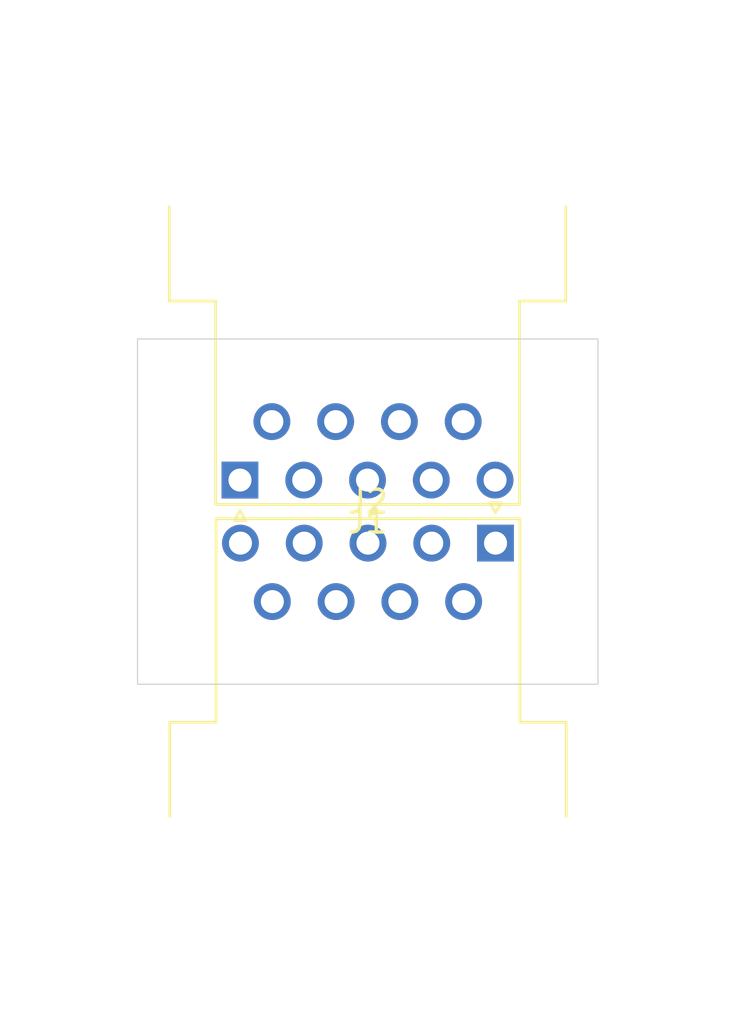
<source format=kicad_pcb>
(kicad_pcb (version 20240108) (generator "pcbnew") (generator_version "8.0")
  (layers (0 "F.Cu" signal) (31 "B.Cu" signal) (34 "B.Paste" user) (35 "F.Paste" user) (36 "B.SilkS" user "B.Silkscreen") (37 "F.SilkS" user "F.Silkscreen") (38 "B.Mask" user) (39 "F.Mask" user) (44 "Edge.Cuts" user))
  (net 0 "")
  (net 1 "Net-(J1-Pad8)")
  (net 2 "Net-(J1-Pad5)")
  (net 3 "Net-(J1-Pad3)")
  (net 4 "Net-(J1-Pad2)")
  (net 5 "Net-(J1-Pad7)")
  (net 6 "Net-(J1-Pad6)")
  (net 7 "Net-(J1-Pad4)")
  (net 8 "Net-(J1-Pad9)")
  (net 9 "Net-(J1-Pad1)")
  (footprint "Connector_Dsub:DSUB-9_Female_Horizontal_P2.77x2.54mm_EdgePinOffset9.40mm" (layer "F.Cu") (at 144.45 101.130331 180)
    (property "Reference" "J1" (at -5.54 -1.8 180) (layer "F.SilkS"))
    (property "Value" "DE9_Żeński")
    (fp_line (start 3.07 7.78) (end 3.07 11.88) (stroke (width 0.12)) (layer "F.SilkS"))
    (fp_line (start 1.06 7.78) (end 3.07 7.78) (stroke (width 0.12)) (layer "F.SilkS"))
    (fp_line (start 1.06 -1.06) (end 1.06 7.78) (stroke (width 0.12)) (layer "F.SilkS"))
    (fp_line (start 0.25 -1.754338) (end 0 -1.321325) (stroke (width 0.12)) (layer "F.SilkS"))
    (fp_line (start 0 -1.321325) (end -0.25 -1.754338) (stroke (width 0.12)) (layer "F.SilkS"))
    (fp_line (start -0.25 -1.754338) (end 0.25 -1.754338) (stroke (width 0.12)) (layer "F.SilkS"))
    (fp_line (start -12.14 7.78) (end -12.14 -1.06) (stroke (width 0.12)) (layer "F.SilkS"))
    (fp_line (start -12.14 -1.06) (end 1.06 -1.06) (stroke (width 0.12)) (layer "F.SilkS"))
    (fp_line (start -14.15 11.88) (end -14.15 7.78) (stroke (width 0.12)) (layer "F.SilkS"))
    (fp_line (start -14.15 7.78) (end -12.14 7.78) (stroke (width 0.12)) (layer "F.SilkS"))
    (pad "1" thru_hole rect (at 0 0 180) (size 1.6 1.6) (drill 1) (layers "*.Cu" "*.Mask") (net 9 "Net-(J1-Pad1)"))
    (pad "2" thru_hole circle (at -2.77 0 180) (size 1.6 1.6) (drill 1) (layers "*.Cu" "*.Mask") (net 4 "Net-(J1-Pad2)"))
    (pad "3" thru_hole circle (at -5.54 0 180) (size 1.6 1.6) (drill 1) (layers "*.Cu" "*.Mask") (net 3 "Net-(J1-Pad3)"))
    (pad "4" thru_hole circle (at -8.31 0 180) (size 1.6 1.6) (drill 1) (layers "*.Cu" "*.Mask") (net 7 "Net-(J1-Pad4)"))
    (pad "5" thru_hole circle (at -11.08 0 180) (size 1.6 1.6) (drill 1) (layers "*.Cu" "*.Mask") (net 2 "Net-(J1-Pad5)"))
    (pad "6" thru_hole circle (at -1.385 2.54 180) (size 1.6 1.6) (drill 1) (layers "*.Cu" "*.Mask") (net 6 "Net-(J1-Pad6)"))
    (pad "7" thru_hole circle (at -4.155 2.54 180) (size 1.6 1.6) (drill 1) (layers "*.Cu" "*.Mask") (net 5 "Net-(J1-Pad7)"))
    (pad "8" thru_hole circle (at -6.925 2.54 180) (size 1.6 1.6) (drill 1) (layers "*.Cu" "*.Mask") (net 1 "Net-(J1-Pad8)"))
    (pad "9" thru_hole circle (at -9.695 2.54 180) (size 1.6 1.6) (drill 1) (layers "*.Cu" "*.Mask") (net 8 "Net-(J1-Pad9)"))
  )
  (footprint "Connector_Dsub:DSUB-9_Female_Horizontal_P2.77x2.54mm_EdgePinOffset9.40mm" (layer "F.Cu") (at 155.55 103.869669)
    (property "Reference" "J2" (at -5.54 -1.8 0) (layer "F.SilkS"))
    (property "Value" "DE9_Żeński")
    (fp_line (start -14.15 7.78) (end -12.14 7.78) (stroke (width 0.12)) (layer "F.SilkS"))
    (fp_line (start -14.15 11.88) (end -14.15 7.78) (stroke (width 0.12)) (layer "F.SilkS"))
    (fp_line (start -12.14 -1.06) (end 1.06 -1.06) (stroke (width 0.12)) (layer "F.SilkS"))
    (fp_line (start -12.14 7.78) (end -12.14 -1.06) (stroke (width 0.12)) (layer "F.SilkS"))
    (fp_line (start -0.25 -1.754338) (end 0.25 -1.754338) (stroke (width 0.12)) (layer "F.SilkS"))
    (fp_line (start 0 -1.321325) (end -0.25 -1.754338) (stroke (width 0.12)) (layer "F.SilkS"))
    (fp_line (start 0.25 -1.754338) (end 0 -1.321325) (stroke (width 0.12)) (layer "F.SilkS"))
    (fp_line (start 1.06 -1.06) (end 1.06 7.78) (stroke (width 0.12)) (layer "F.SilkS"))
    (fp_line (start 1.06 7.78) (end 3.07 7.78) (stroke (width 0.12)) (layer "F.SilkS"))
    (fp_line (start 3.07 7.78) (end 3.07 11.88) (stroke (width 0.12)) (layer "F.SilkS"))
    (pad "1" thru_hole rect (at 0 0) (size 1.6 1.6) (drill 1) (layers "*.Cu" "*.Mask") (net 9 "Net-(J1-Pad1)"))
    (pad "2" thru_hole circle (at -2.77 0) (size 1.6 1.6) (drill 1) (layers "*.Cu" "*.Mask") (net 4 "Net-(J1-Pad2)"))
    (pad "3" thru_hole circle (at -5.54 0) (size 1.6 1.6) (drill 1) (layers "*.Cu" "*.Mask") (net 3 "Net-(J1-Pad3)"))
    (pad "4" thru_hole circle (at -8.31 0) (size 1.6 1.6) (drill 1) (layers "*.Cu" "*.Mask") (net 7 "Net-(J1-Pad4)"))
    (pad "5" thru_hole circle (at -11.08 0) (size 1.6 1.6) (drill 1) (layers "*.Cu" "*.Mask") (net 2 "Net-(J1-Pad5)"))
    (pad "6" thru_hole circle (at -1.385 2.54) (size 1.6 1.6) (drill 1) (layers "*.Cu" "*.Mask") (net 6 "Net-(J1-Pad6)"))
    (pad "7" thru_hole circle (at -4.155 2.54) (size 1.6 1.6) (drill 1) (layers "*.Cu" "*.Mask") (net 5 "Net-(J1-Pad7)"))
    (pad "8" thru_hole circle (at -6.925 2.54) (size 1.6 1.6) (drill 1) (layers "*.Cu" "*.Mask") (net 1 "Net-(J1-Pad8)"))
    (pad "9" thru_hole circle (at -9.695 2.54) (size 1.6 1.6) (drill 1) (layers "*.Cu" "*.Mask") (net 8 "Net-(J1-Pad9)"))
  )
  (gr_rect (start 140 95) (end 160 110) (stroke (width 0.05)) (fill none) (layer "Edge.Cuts"))
)
</source>
